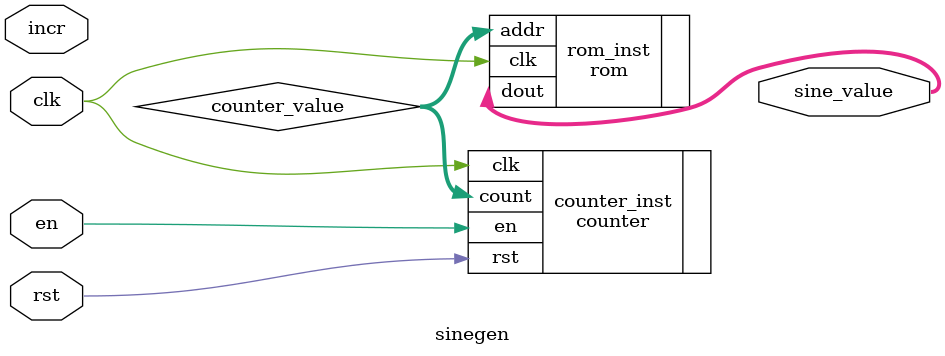
<source format=sv>
module sinegen (
    input logic clk,  // Clock input
    input logic rst,  // Reset input
    input  logic  en,       // enable
    input logic incr,
    output logic [7:0] sine_value  // Output the ROM value
);

    // Counter signals
    logic [7:0] counter_value;

    // Instantiate counter
    counter #(
        .WIDTH(8)
    ) counter_inst (
        .clk(clk),
        .rst(rst),
        .en(en),
        .count(counter_value)
    );

    // Instantiate ROM
    rom rom_inst (
        .clk(clk),
        .addr(counter_value),
        .dout(sine_value)
    );


endmodule

</source>
